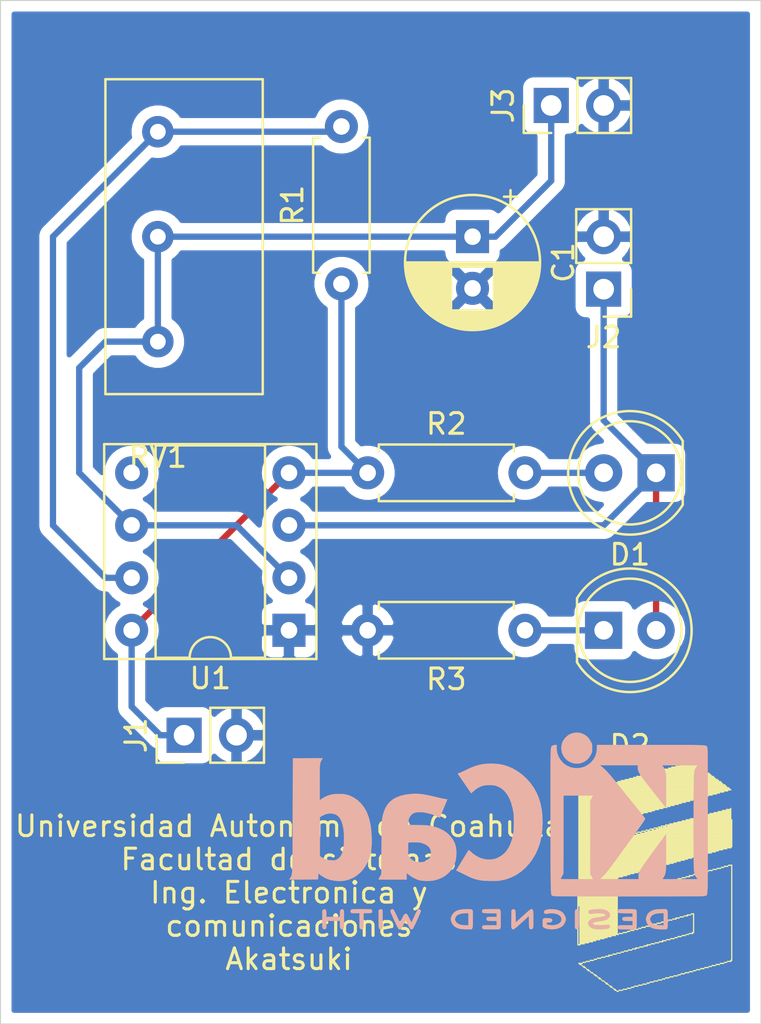
<source format=kicad_pcb>
(kicad_pcb (version 20171130) (host pcbnew "(5.1.4)-1")
  (layers (0 F.Cu signal) (31 B.Cu signal) (34 B.Paste user) (35 F.Paste user) (36 B.SilkS user) (37 F.SilkS user) (38 B.Mask user) (39 F.Mask user) (44 Edge.Cuts user))
  (net 0 "")
  (net 1 GND)
  (net 2 Carga)
  (net 3 "Net-(D1-Pad2)")
  (net 4 Salida)
  (net 5 "Net-(D2-Pad1)")
  (net 6 +5V)
  (net 7 "Net-(R1-Pad2)")
  (net 8 "Net-(U1-Pad5)")
  (module Symbol:KiCad-Logo2_8mm_SilkScreen (layer B.Cu) (at 149.86 120.65 180)
    (fp_text reference REF** hide)
    (fp_text value KiCad-Logo2_8mm_SilkScreen hide)
  )
  (module Logos:LOGO (layer F.Cu) (at 153.67 118.11)
    (fp_text reference LOGO hide)
    (fp_text value "" (at 0 0) (layer F.SilkS) (effects (font (size 1.27 1.27))))
  )
  (module potenciometro:potenciometro_5.08mm (layer F.Cu) (at 133.35 102.87)
    (fp_text reference RV1 (at 0 0.5) (layer F.SilkS))
    (fp_text value 100k)
    (pad 3 thru_hole circle (at 0 -5.08) (size 1.524 1.524) (drill 0.762) (layers *.Cu *.Mask) (net 2 Carga))
    (pad 2 thru_hole circle (at 0 -10.16) (size 1.524 1.524) (drill 0.762) (layers *.Cu *.Mask) (net 2 Carga))
    (pad 1 thru_hole circle (at 0 -15.24) (size 1.524 1.524) (drill 0.762) (layers *.Cu *.Mask) (net 7 "Net-(R1-Pad2)"))
  )
  (module Package_DIP:DIP-8_W7.62mm_Socket (layer F.Cu) (at 139.7 111.76 180)
    (fp_text reference U1 (at 3.81 -2.33) (layer F.SilkS))
    (fp_text value NE555)
    (pad 1 thru_hole rect (at 0 0 180) (size 1.6 1.6) (drill 0.8) (layers *.Cu *.Mask) (net 1 GND))
    (pad 5 thru_hole oval (at 7.62 7.62 180) (size 1.6 1.6) (drill 0.8) (layers *.Cu *.Mask) (net 8 "Net-(U1-Pad5)"))
    (pad 2 thru_hole oval (at 0 2.54 180) (size 1.6 1.6) (drill 0.8) (layers *.Cu *.Mask) (net 2 Carga))
    (pad 6 thru_hole oval (at 7.62 5.08 180) (size 1.6 1.6) (drill 0.8) (layers *.Cu *.Mask) (net 2 Carga))
    (pad 3 thru_hole oval (at 0 5.08 180) (size 1.6 1.6) (drill 0.8) (layers *.Cu *.Mask) (net 4 Salida))
    (pad 7 thru_hole oval (at 7.62 2.54 180) (size 1.6 1.6) (drill 0.8) (layers *.Cu *.Mask) (net 7 "Net-(R1-Pad2)"))
    (pad 4 thru_hole oval (at 0 7.62 180) (size 1.6 1.6) (drill 0.8) (layers *.Cu *.Mask) (net 6 +5V))
    (pad 8 thru_hole oval (at 7.62 0 180) (size 1.6 1.6) (drill 0.8) (layers *.Cu *.Mask) (net 6 +5V))
  )
  (module Resistor_THT:R_Axial_DIN0207_L6.3mm_D2.5mm_P7.62mm_Horizontal (layer F.Cu) (at 151.13 111.76 180)
    (fp_text reference R3 (at 3.81 -2.37) (layer F.SilkS))
    (fp_text value 680)
    (pad 1 thru_hole circle (at 0 0 180) (size 1.6 1.6) (drill 0.8) (layers *.Cu *.Mask) (net 5 "Net-(D2-Pad1)"))
    (pad 2 thru_hole oval (at 7.62 0 180) (size 1.6 1.6) (drill 0.8) (layers *.Cu *.Mask) (net 1 GND))
  )
  (module Resistor_THT:R_Axial_DIN0207_L6.3mm_D2.5mm_P7.62mm_Horizontal (layer F.Cu) (at 143.51 104.14)
    (fp_text reference R2 (at 3.81 -2.37) (layer F.SilkS))
    (fp_text value 680)
    (pad 1 thru_hole circle (at 0 0) (size 1.6 1.6) (drill 0.8) (layers *.Cu *.Mask) (net 6 +5V))
    (pad 2 thru_hole oval (at 7.62 0) (size 1.6 1.6) (drill 0.8) (layers *.Cu *.Mask) (net 3 "Net-(D1-Pad2)"))
  )
  (module Resistor_THT:R_Axial_DIN0207_L6.3mm_D2.5mm_P7.62mm_Horizontal (layer F.Cu) (at 142.24 94.996 90)
    (fp_text reference R1 (at 3.81 -2.37 90) (layer F.SilkS))
    (fp_text value 1k)
    (pad 1 thru_hole circle (at 0 0 90) (size 1.6 1.6) (drill 0.8) (layers *.Cu *.Mask) (net 6 +5V))
    (pad 2 thru_hole oval (at 7.62 0 90) (size 1.6 1.6) (drill 0.8) (layers *.Cu *.Mask) (net 7 "Net-(R1-Pad2)"))
  )
  (module Connector_PinHeader_2.54mm:PinHeader_1x02_P2.54mm_Vertical (layer F.Cu) (at 152.4 86.36 90)
    (fp_text reference J3 (at 0 -2.33 90) (layer F.SilkS))
    (fp_text value carga)
    (pad 1 thru_hole rect (at 0 0 90) (size 1.7 1.7) (drill 1) (layers *.Cu *.Mask) (net 2 Carga))
    (pad 2 thru_hole oval (at 0 2.54 90) (size 1.7 1.7) (drill 1) (layers *.Cu *.Mask) (net 1 GND))
  )
  (module Connector_PinHeader_2.54mm:PinHeader_1x02_P2.54mm_Vertical (layer F.Cu) (at 154.94 95.25 180)
    (fp_text reference J2 (at 0 -2.33) (layer F.SilkS))
    (fp_text value salida)
    (pad 1 thru_hole rect (at 0 0 180) (size 1.7 1.7) (drill 1) (layers *.Cu *.Mask) (net 4 Salida))
    (pad 2 thru_hole oval (at 0 2.54 180) (size 1.7 1.7) (drill 1) (layers *.Cu *.Mask) (net 1 GND))
  )
  (module Connector_PinHeader_2.54mm:PinHeader_1x02_P2.54mm_Vertical (layer F.Cu) (at 134.62 116.84 90)
    (fp_text reference J1 (at 0 -2.33 90) (layer F.SilkS))
    (fp_text value alimentacion)
    (pad 1 thru_hole rect (at 0 0 90) (size 1.7 1.7) (drill 1) (layers *.Cu *.Mask) (net 6 +5V))
    (pad 2 thru_hole oval (at 0 2.54 90) (size 1.7 1.7) (drill 1) (layers *.Cu *.Mask) (net 1 GND))
  )
  (module LED_THT:LED_D5.0mm (layer F.Cu) (at 154.94 111.76)
    (fp_text reference D2 (at 1.27 5.588) (layer F.SilkS))
    (fp_text value LED_verde)
    (pad 1 thru_hole rect (at 0 0) (size 1.8 1.8) (drill 0.9) (layers *.Cu *.Mask) (net 5 "Net-(D2-Pad1)"))
    (pad 2 thru_hole circle (at 2.54 0) (size 1.8 1.8) (drill 0.9) (layers *.Cu *.Mask) (net 4 Salida))
  )
  (module LED_THT:LED_D5.0mm (layer F.Cu) (at 157.48 104.14 180)
    (fp_text reference D1 (at 1.27 -3.96) (layer F.SilkS))
    (fp_text value LED_rojo)
    (pad 1 thru_hole rect (at 0 0 180) (size 1.8 1.8) (drill 0.9) (layers *.Cu *.Mask) (net 4 Salida))
    (pad 2 thru_hole circle (at 2.54 0 180) (size 1.8 1.8) (drill 0.9) (layers *.Cu *.Mask) (net 3 "Net-(D1-Pad2)"))
  )
  (module Capacitor_THT:CP_Radial_D6.3mm_P2.50mm (layer F.Cu) (at 148.59 92.71 270)
    (fp_text reference C1 (at 1.25 -4.4 90) (layer F.SilkS))
    (fp_text value 100uF)
    (pad 1 thru_hole rect (at 0 0 270) (size 1.6 1.6) (drill 0.8) (layers *.Cu *.Mask) (net 2 Carga))
    (pad 2 thru_hole circle (at 2.5 0 270) (size 1.6 1.6) (drill 0.8) (layers *.Cu *.Mask) (net 1 GND))
  )
  (gr_text "Universidad Autonoma de Coahuila\nFacultad de sistemas\nIng. Electronica y\ncomunicaciones\nAkatsuki" (at 139.7 124.46) (layer F.SilkS) (effects (font (size 1 1))))
  (gr_line (start 125.73 81.28) (end 125.73 130.81) (layer Edge.Cuts) (width 0.05))
  (gr_line (start 127 81.28) (end 125.73 81.28) (layer Edge.Cuts) (width 0.05))
  (gr_line (start 162.56 130.81) (end 125.73 130.81) (layer Edge.Cuts) (width 0.05))
  (gr_line (start 162.56 125.73) (end 162.56 130.81) (layer Edge.Cuts) (width 0.05))
  (gr_line (start 162.56 121.92) (end 162.56 125.73) (layer Edge.Cuts) (width 0.05))
  (gr_line (start 162.56 81.28) (end 162.56 121.92) (layer Edge.Cuts) (width 0.05))
  (gr_line (start 127 81.28) (end 162.56 81.28) (layer Edge.Cuts) (width 0.05))
  (segment (start 133.35 92.71) (end 148.59 92.71) (width 0.3048) (layer B.Cu) (net 2))
  (segment (start 152.4 90.0048) (end 152.4 86.36) (width 0.3048) (layer B.Cu) (net 2))
  (segment (start 148.59 92.71) (end 149.6948 92.71) (width 0.3048) (layer B.Cu) (net 2))
  (segment (start 149.6948 92.71) (end 152.4 90.0048) (width 0.3048) (layer B.Cu) (net 2))
  (segment (start 133.35 93.78763) (end 133.35 97.79) (width 0.3048) (layer B.Cu) (net 2))
  (segment (start 133.35 92.71) (end 133.35 93.78763) (width 0.3048) (layer B.Cu) (net 2))
  (segment (start 133.35 97.79) (end 130.81 97.79) (width 0.3048) (layer B.Cu) (net 2))
  (segment (start 130.81 97.79) (end 129.54 99.06) (width 0.3048) (layer B.Cu) (net 2))
  (segment (start 129.54 104.14) (end 132.08 106.68) (width 0.3048) (layer B.Cu) (net 2))
  (segment (start 129.54 99.06) (end 129.54 104.14) (width 0.3048) (layer B.Cu) (net 2))
  (segment (start 137.16 106.68) (end 139.7 109.22) (width 0.3048) (layer B.Cu) (net 2))
  (segment (start 132.08 106.68) (end 137.16 106.68) (width 0.3048) (layer B.Cu) (net 2))
  (segment (start 154.94 104.14) (end 151.13 104.14) (width 0.3048) (layer B.Cu) (net 3))
  (segment (start 139.7 106.68) (end 154.94 106.68) (width 0.3048) (layer B.Cu) (net 4))
  (segment (start 154.94 106.68) (end 157.48 104.14) (width 0.3048) (layer B.Cu) (net 4))
  (segment (start 154.94 101.6) (end 157.48 104.14) (width 0.3048) (layer B.Cu) (net 4))
  (segment (start 154.94 95.25) (end 154.94 101.6) (width 0.3048) (layer B.Cu) (net 4))
  (segment (start 157.48 111.76) (end 157.48 104.14) (width 0.3048) (layer F.Cu) (net 4))
  (segment (start 151.13 111.76) (end 154.94 111.76) (width 0.3048) (layer B.Cu) (net 5))
  (segment (start 142.24 102.87) (end 143.51 104.14) (width 0.3048) (layer B.Cu) (net 6))
  (segment (start 142.24 94.996) (end 142.24 102.87) (width 0.3048) (layer B.Cu) (net 6))
  (segment (start 138.315601 105.524399) (end 139.7 104.14) (width 0.3048) (layer F.Cu) (net 6))
  (segment (start 132.08 111.76) (end 138.315601 105.524399) (width 0.3048) (layer F.Cu) (net 6))
  (segment (start 143.51 104.14) (end 139.7 104.14) (width 0.3048) (layer B.Cu) (net 6))
  (segment (start 133.4652 116.84) (end 134.62 116.84) (width 0.3048) (layer B.Cu) (net 6))
  (segment (start 132.08 115.4548) (end 133.4652 116.84) (width 0.3048) (layer B.Cu) (net 6))
  (segment (start 132.08 111.76) (end 132.08 115.4548) (width 0.3048) (layer B.Cu) (net 6))
  (segment (start 141.986 87.63) (end 142.24 87.376) (width 0.3048) (layer B.Cu) (net 7))
  (segment (start 133.35 87.63) (end 141.986 87.63) (width 0.3048) (layer B.Cu) (net 7))
  (segment (start 128.27 92.71) (end 128.27 106.68) (width 0.3048) (layer B.Cu) (net 7))
  (segment (start 133.35 87.63) (end 128.27 92.71) (width 0.3048) (layer B.Cu) (net 7))
  (segment (start 130.81 109.22) (end 132.08 109.22) (width 0.3048) (layer B.Cu) (net 7))
  (segment (start 128.27 106.68) (end 130.81 109.22) (width 0.3048) (layer B.Cu) (net 7))
  (zone (net 1) (net_name GND) (layer B.Cu) (connect_pads (clearance 0.508)) (min_thickness 0.254) (fill yes (arc_segments 32) (thermal_gap 0.508) (thermal_bridge_width 0.508))
    (polygon (pts (xy 125.73 130.81) (xy 125.73 81.28) (xy 162.56 81.28) (xy 162.56 130.81)))
  )
)
</source>
